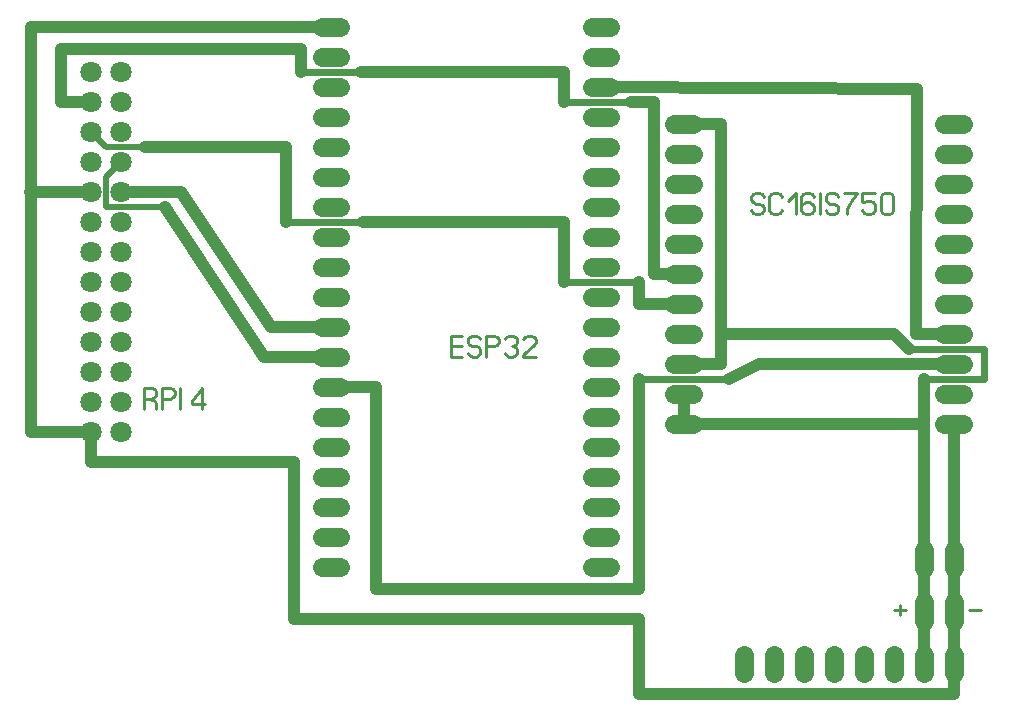
<source format=gbr>
%FSLAX34Y34*%
%MOMM*%
%LNCOPPER_BOTTOM*%
G71*
G01*
%ADD10C,1.000*%
%ADD11C,0.500*%
%ADD12C,1.600*%
%ADD13C,1.800*%
%ADD14C,0.600*%
%ADD15C,0.222*%
%LPD*%
G54D10*
X-762000Y520700D02*
X-787400Y520700D01*
X-787400Y565150D01*
X-584200Y565150D01*
G54D11*
X-762000Y495300D02*
X-749300Y482600D01*
X-716333Y482549D01*
G54D10*
X-330200Y533400D02*
X-63091Y530908D01*
X-63500Y323850D01*
X-31750Y323850D01*
G54D10*
X-31750Y298450D02*
X-196850Y298450D01*
X-222250Y285750D01*
G54D10*
X-736600Y444500D02*
X-685800Y444500D01*
X-609600Y330200D01*
X-558800Y330200D01*
G54D11*
X-736600Y469900D02*
X-749300Y457200D01*
X-749300Y431800D01*
X-699249Y431749D01*
G54D10*
X-31750Y247650D02*
X-31750Y133350D01*
G54D12*
X-322200Y584200D02*
X-338200Y584200D01*
G54D12*
X-322200Y558800D02*
X-338200Y558800D01*
G54D12*
X-322200Y533400D02*
X-338200Y533400D01*
G54D12*
X-322200Y508000D02*
X-338200Y508000D01*
G54D12*
X-322200Y482600D02*
X-338200Y482600D01*
G54D12*
X-322200Y457200D02*
X-338200Y457200D01*
G54D12*
X-322200Y431800D02*
X-338200Y431800D01*
G54D12*
X-322200Y406400D02*
X-338200Y406400D01*
G54D12*
X-322200Y381000D02*
X-338200Y381000D01*
G54D12*
X-322200Y355600D02*
X-338200Y355600D01*
G54D12*
X-322200Y330200D02*
X-338200Y330200D01*
G54D12*
X-322200Y304800D02*
X-338200Y304800D01*
G54D12*
X-322200Y279400D02*
X-338200Y279400D01*
G54D12*
X-322200Y254000D02*
X-338200Y254000D01*
G54D12*
X-322200Y228600D02*
X-338200Y228600D01*
G54D12*
X-322200Y203200D02*
X-338200Y203200D01*
G54D12*
X-322200Y177800D02*
X-338200Y177800D01*
G54D12*
X-322200Y152400D02*
X-338200Y152400D01*
G54D12*
X-322200Y127000D02*
X-338200Y127000D01*
G54D12*
X-550800Y584200D02*
X-566800Y584200D01*
G54D12*
X-550800Y558800D02*
X-566800Y558800D01*
G54D12*
X-550800Y533400D02*
X-566800Y533400D01*
G54D12*
X-550800Y508000D02*
X-566800Y508000D01*
G54D12*
X-550800Y482600D02*
X-566800Y482600D01*
G54D12*
X-550800Y457200D02*
X-566800Y457200D01*
G54D12*
X-550800Y431800D02*
X-566800Y431800D01*
G54D12*
X-550800Y406400D02*
X-566800Y406400D01*
G54D12*
X-550800Y381000D02*
X-566800Y381000D01*
G54D12*
X-550800Y355600D02*
X-566800Y355600D01*
G54D12*
X-550800Y330200D02*
X-566800Y330200D01*
G54D12*
X-550800Y304800D02*
X-566800Y304800D01*
G54D12*
X-550800Y279400D02*
X-566800Y279400D01*
G54D12*
X-550800Y254000D02*
X-566800Y254000D01*
G54D12*
X-550800Y228600D02*
X-566800Y228600D01*
G54D12*
X-550800Y203200D02*
X-566800Y203200D01*
G54D12*
X-550800Y177800D02*
X-566800Y177800D01*
G54D12*
X-550800Y152400D02*
X-566800Y152400D01*
G54D12*
X-550800Y127000D02*
X-566800Y127000D01*
X-736600Y546100D02*
G54D13*
D03*
X-736600Y520700D02*
G54D13*
D03*
X-736600Y495300D02*
G54D13*
D03*
X-736600Y469900D02*
G54D13*
D03*
X-736600Y444500D02*
G54D13*
D03*
X-736600Y419100D02*
G54D13*
D03*
X-736600Y393700D02*
G54D13*
D03*
X-736600Y368300D02*
G54D13*
D03*
X-736600Y342900D02*
G54D13*
D03*
X-736600Y317500D02*
G54D13*
D03*
X-736600Y292100D02*
G54D13*
D03*
X-736600Y266700D02*
G54D13*
D03*
X-736600Y241300D02*
G54D13*
D03*
X-762000Y546100D02*
G54D13*
D03*
X-762000Y520700D02*
G54D13*
D03*
X-762000Y495300D02*
G54D13*
D03*
X-762000Y469900D02*
G54D13*
D03*
X-762000Y444500D02*
G54D13*
D03*
X-762000Y419100D02*
G54D13*
D03*
X-762000Y393700D02*
G54D13*
D03*
X-762000Y368300D02*
G54D13*
D03*
X-762000Y342900D02*
G54D13*
D03*
X-762000Y317500D02*
G54D13*
D03*
X-762000Y292100D02*
G54D13*
D03*
X-762000Y266700D02*
G54D13*
D03*
X-762000Y241300D02*
G54D13*
D03*
G54D12*
X-23750Y374650D02*
X-39750Y374650D01*
G54D12*
X-23750Y349250D02*
X-39750Y349250D01*
G54D12*
X-23750Y323850D02*
X-39750Y323850D01*
G54D12*
X-23750Y298450D02*
X-39750Y298450D01*
G54D12*
X-23750Y273050D02*
X-39750Y273050D01*
G54D12*
X-23750Y247650D02*
X-39750Y247650D01*
G54D12*
X-23750Y400050D02*
X-39750Y400050D01*
G54D12*
X-23750Y425450D02*
X-39750Y425450D01*
G54D12*
X-23750Y450850D02*
X-39750Y450850D01*
G54D12*
X-23750Y476250D02*
X-39750Y476250D01*
G54D12*
X-23750Y501650D02*
X-39750Y501650D01*
G54D12*
X-252350Y374650D02*
X-268350Y374650D01*
G54D12*
X-252350Y349250D02*
X-268350Y349250D01*
G54D12*
X-252350Y323850D02*
X-268350Y323850D01*
G54D12*
X-252350Y298450D02*
X-268350Y298450D01*
G54D12*
X-252350Y273050D02*
X-268350Y273050D01*
G54D12*
X-252350Y247650D02*
X-268350Y247650D01*
G54D12*
X-252350Y400050D02*
X-268350Y400050D01*
G54D12*
X-252350Y425450D02*
X-268350Y425450D01*
G54D12*
X-252350Y450850D02*
X-268350Y450850D01*
G54D12*
X-252350Y476250D02*
X-268350Y476250D01*
G54D12*
X-252350Y501650D02*
X-268350Y501650D01*
G54D12*
X-31750Y141398D02*
X-31750Y125398D01*
G54D12*
X-57150Y141398D02*
X-57150Y125398D01*
G54D12*
X-23750Y476250D02*
X-39750Y476250D01*
G54D10*
X-57150Y133350D02*
X-57150Y285750D01*
G54D14*
X-57150Y285750D02*
X-6350Y285750D01*
X-6350Y311150D01*
X-69850Y311150D01*
G54D10*
X-260350Y298450D02*
X-228600Y298450D01*
X-228600Y323850D01*
X-82550Y323850D01*
X-69850Y311150D01*
G54D10*
X-558800Y279400D02*
X-520700Y279400D01*
X-520700Y107950D01*
X-298450Y107950D01*
G54D10*
X-298450Y107950D02*
X-298450Y285750D01*
G54D14*
X-222250Y285750D02*
X-298450Y285750D01*
G54D10*
X-260350Y273050D02*
X-260350Y247650D01*
X-57150Y247650D01*
G54D10*
X-260350Y501650D02*
X-228600Y501650D01*
X-228600Y323850D01*
G54D10*
X-260350Y374650D02*
X-285750Y374650D01*
X-285750Y520700D01*
X-304800Y520700D01*
G54D14*
X-584200Y546100D02*
X-533400Y546100D01*
G54D10*
X-533400Y546100D02*
X-361950Y546100D01*
X-361950Y520700D01*
G54D10*
X-584200Y565150D02*
X-584200Y546100D01*
G54D14*
X-361950Y520700D02*
X-304800Y520700D01*
G54D10*
X-260350Y349250D02*
X-298450Y349250D01*
X-298450Y368300D01*
G54D14*
X-298450Y368300D02*
X-361950Y368300D01*
G54D10*
X-361950Y368300D02*
X-361950Y419100D01*
X-532051Y418920D01*
G54D14*
X-532051Y418920D02*
X-596900Y419100D01*
G54D10*
X-596900Y419100D02*
X-596900Y482600D01*
X-716333Y482549D01*
G54D10*
X-558800Y304800D02*
X-615950Y304800D01*
X-699249Y431749D01*
G54D12*
X-209550Y52450D02*
X-209550Y36450D01*
G54D12*
X-184150Y52450D02*
X-184150Y36450D01*
G54D12*
X-158750Y52450D02*
X-158750Y36450D01*
G54D12*
X-133350Y52450D02*
X-133350Y36450D01*
G54D12*
X-107950Y52450D02*
X-107950Y36450D01*
G54D12*
X-82550Y52450D02*
X-82550Y36450D01*
G54D12*
X-57150Y52450D02*
X-57150Y36450D01*
G54D12*
X-31750Y52450D02*
X-31750Y36450D01*
G54D10*
X-558800Y584200D02*
X-812800Y584200D01*
X-812800Y241300D01*
X-762000Y241300D01*
X-762000Y215900D01*
X-590550Y215900D01*
X-590550Y82550D01*
X-298450Y82550D01*
X-298450Y19050D01*
X-31750Y19050D01*
X-31750Y44450D01*
G54D10*
X-57150Y133398D02*
X-57150Y88948D01*
G54D12*
X-31750Y96948D02*
X-31750Y80948D01*
G54D12*
X-57150Y96948D02*
X-57150Y80948D01*
G54D10*
X-31750Y44450D02*
X-31750Y88948D01*
X-31750Y133398D01*
G54D10*
X-57150Y88948D02*
X-57150Y44450D01*
G54D15*
X-82550Y90328D02*
X-71883Y90328D01*
G54D15*
X-77217Y94772D02*
X-77217Y85883D01*
G54D15*
X-19050Y90328D02*
X-8383Y90328D01*
G54D15*
X-447867Y304800D02*
X-457200Y304800D01*
X-457200Y322578D01*
X-447867Y322578D01*
G54D15*
X-457200Y313689D02*
X-447867Y313689D01*
G54D15*
X-442978Y308133D02*
X-441645Y305911D01*
X-438978Y304800D01*
X-436311Y304800D01*
X-433645Y305911D01*
X-432311Y308133D01*
X-432311Y310356D01*
X-433645Y312578D01*
X-436311Y313689D01*
X-438978Y313689D01*
X-441645Y314800D01*
X-442978Y317022D01*
X-442978Y319244D01*
X-441645Y321467D01*
X-438978Y322578D01*
X-436311Y322578D01*
X-433645Y321467D01*
X-432311Y319244D01*
G54D15*
X-427422Y304800D02*
X-427422Y322578D01*
X-420755Y322578D01*
X-418089Y321467D01*
X-416755Y319244D01*
X-416755Y317022D01*
X-418089Y314800D01*
X-420755Y313689D01*
X-427422Y313689D01*
G54D15*
X-411866Y319244D02*
X-410533Y321467D01*
X-407866Y322578D01*
X-405199Y322578D01*
X-402533Y321467D01*
X-401199Y319244D01*
X-401199Y317022D01*
X-402533Y314800D01*
X-405199Y313689D01*
X-402533Y312578D01*
X-401199Y310356D01*
X-401199Y308133D01*
X-402533Y305911D01*
X-405199Y304800D01*
X-407866Y304800D01*
X-410533Y305911D01*
X-411866Y308133D01*
G54D15*
X-385643Y304800D02*
X-396310Y304800D01*
X-396310Y305911D01*
X-394977Y308133D01*
X-386977Y314800D01*
X-385643Y317022D01*
X-385643Y319244D01*
X-386977Y321467D01*
X-389643Y322578D01*
X-392310Y322578D01*
X-394977Y321467D01*
X-396310Y319244D01*
G54D15*
X-712217Y269239D02*
X-708217Y267017D01*
X-706883Y264794D01*
X-706883Y260350D01*
G54D15*
X-717550Y260350D02*
X-717550Y278128D01*
X-710883Y278128D01*
X-708217Y277017D01*
X-706883Y274794D01*
X-706883Y272572D01*
X-708217Y270350D01*
X-710883Y269239D01*
X-717550Y269239D01*
G54D15*
X-701994Y260350D02*
X-701994Y278128D01*
X-695327Y278128D01*
X-692661Y277017D01*
X-691327Y274794D01*
X-691327Y272572D01*
X-692661Y270350D01*
X-695327Y269239D01*
X-701994Y269239D01*
G54D15*
X-686438Y260350D02*
X-686438Y278128D01*
G54D15*
X-668393Y260350D02*
X-668393Y278128D01*
X-676393Y267017D01*
X-676393Y264794D01*
X-665726Y264794D01*
G54D15*
X-203200Y428783D02*
X-201867Y426561D01*
X-199200Y425450D01*
X-196533Y425450D01*
X-193867Y426561D01*
X-192533Y428783D01*
X-192533Y431006D01*
X-193867Y433228D01*
X-196533Y434339D01*
X-199200Y434339D01*
X-201867Y435450D01*
X-203200Y437672D01*
X-203200Y439894D01*
X-201867Y442117D01*
X-199200Y443228D01*
X-196533Y443228D01*
X-193867Y442117D01*
X-192533Y439894D01*
G54D15*
X-176977Y428783D02*
X-178311Y426561D01*
X-180977Y425450D01*
X-183644Y425450D01*
X-186311Y426561D01*
X-187644Y428783D01*
X-187644Y439894D01*
X-186311Y442117D01*
X-183644Y443228D01*
X-180977Y443228D01*
X-178311Y442117D01*
X-176977Y439894D01*
G54D15*
X-172088Y436561D02*
X-165421Y443228D01*
X-165421Y425450D01*
G54D15*
X-149865Y439894D02*
X-151199Y442117D01*
X-153865Y443228D01*
X-156532Y443228D01*
X-159199Y442117D01*
X-160532Y439894D01*
X-160532Y434339D01*
X-160532Y433228D01*
X-156532Y435450D01*
X-153865Y435450D01*
X-151199Y434339D01*
X-149865Y432117D01*
X-149865Y428783D01*
X-151199Y426561D01*
X-153865Y425450D01*
X-156532Y425450D01*
X-159199Y426561D01*
X-160532Y428783D01*
X-160532Y434339D01*
G54D15*
X-144976Y425450D02*
X-144976Y443228D01*
G54D15*
X-140087Y428783D02*
X-138754Y426561D01*
X-136087Y425450D01*
X-133420Y425450D01*
X-130754Y426561D01*
X-129420Y428783D01*
X-129420Y431006D01*
X-130754Y433228D01*
X-133420Y434339D01*
X-136087Y434339D01*
X-138754Y435450D01*
X-140087Y437672D01*
X-140087Y439894D01*
X-138754Y442117D01*
X-136087Y443228D01*
X-133420Y443228D01*
X-130754Y442117D01*
X-129420Y439894D01*
G54D15*
X-124531Y443228D02*
X-113864Y443228D01*
X-115198Y441006D01*
X-117864Y437672D01*
X-120531Y433228D01*
X-121864Y429894D01*
X-121864Y425450D01*
G54D15*
X-98308Y443228D02*
X-108975Y443228D01*
X-108975Y435450D01*
X-107642Y435450D01*
X-104975Y436561D01*
X-102308Y436561D01*
X-99642Y435450D01*
X-98308Y433228D01*
X-98308Y428783D01*
X-99642Y426561D01*
X-102308Y425450D01*
X-104975Y425450D01*
X-107642Y426561D01*
X-108975Y428783D01*
G54D15*
X-82752Y439894D02*
X-82752Y428783D01*
X-84086Y426561D01*
X-86752Y425450D01*
X-89419Y425450D01*
X-92086Y426561D01*
X-93419Y428783D01*
X-93419Y439894D01*
X-92086Y442117D01*
X-89419Y443228D01*
X-86752Y443228D01*
X-84086Y442117D01*
X-82752Y439894D01*
G54D10*
X-762000Y444500D02*
X-813535Y444500D01*
X-813688Y444348D01*
M02*

</source>
